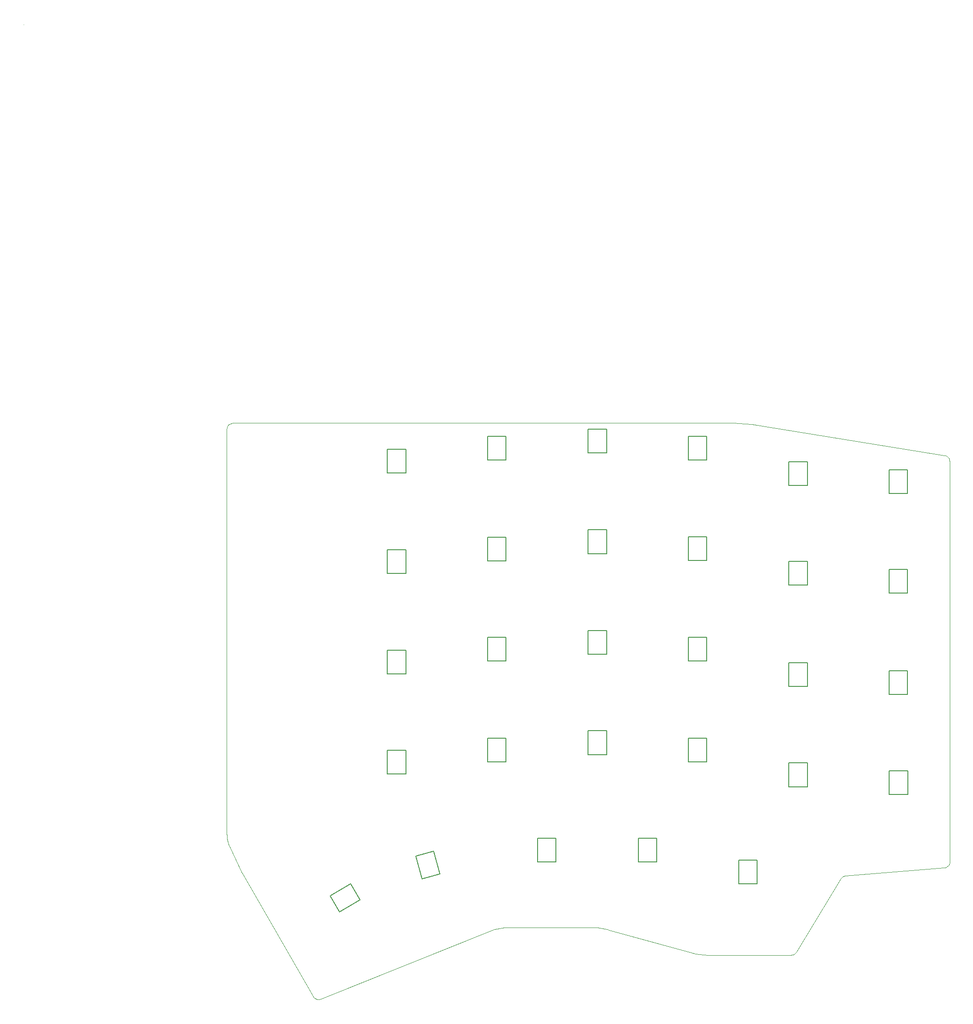
<source format=gm1>
G04 #@! TF.GenerationSoftware,KiCad,Pcbnew,(5.1.6)-1*
G04 #@! TF.CreationDate,2020-10-02T00:10:23+10:00*
G04 #@! TF.ProjectId,SofleKeyboard,536f666c-654b-4657-9962-6f6172642e6b,rev?*
G04 #@! TF.SameCoordinates,Original*
G04 #@! TF.FileFunction,Profile,NP*
%FSLAX46Y46*%
G04 Gerber Fmt 4.6, Leading zero omitted, Abs format (unit mm)*
G04 Created by KiCad (PCBNEW (5.1.6)-1) date 2020-10-02 00:10:23*
%MOMM*%
%LPD*%
G01*
G04 APERTURE LIST*
G04 #@! TA.AperFunction,Profile*
%ADD10C,0.150000*%
G04 #@! TD*
G04 #@! TA.AperFunction,Profile*
%ADD11C,0.100000*%
G04 #@! TD*
G04 APERTURE END LIST*
D10*
X113550000Y-127711088D02*
X109652886Y-129961088D01*
X107902886Y-126930000D02*
X111800000Y-124680000D01*
X109652886Y-129961088D02*
X107902886Y-126930000D01*
X111800000Y-124680000D02*
X113550000Y-127711088D01*
X124177287Y-119379600D02*
X127558027Y-118473734D01*
X128722713Y-122820400D02*
X125341973Y-123726266D01*
X125341973Y-123726266D02*
X124177287Y-119379600D01*
X127558027Y-118473734D02*
X128722713Y-122820400D01*
X179350000Y-63350000D02*
X175850000Y-63350000D01*
X175850000Y-63350000D02*
X175850000Y-58850000D01*
X179350000Y-58850000D02*
X179350000Y-63350000D01*
X175850000Y-58850000D02*
X179350000Y-58850000D01*
X160350000Y-62050000D02*
X156850000Y-62050000D01*
X156850000Y-62050000D02*
X156850000Y-57550000D01*
X160350000Y-57550000D02*
X160350000Y-62050000D01*
X156850000Y-57550000D02*
X160350000Y-57550000D01*
X141250000Y-63450000D02*
X137750000Y-63450000D01*
X137750000Y-63450000D02*
X137750000Y-58950000D01*
X141250000Y-58950000D02*
X141250000Y-63450000D01*
X137750000Y-58950000D02*
X141250000Y-58950000D01*
X122250000Y-65850000D02*
X118750000Y-65850000D01*
X118750000Y-65850000D02*
X118750000Y-61350000D01*
X122250000Y-61350000D02*
X122250000Y-65850000D01*
X118750000Y-61350000D02*
X122250000Y-61350000D01*
X122250000Y-84850000D02*
X118750000Y-84850000D01*
X118750000Y-84850000D02*
X118750000Y-80350000D01*
X122250000Y-80350000D02*
X122250000Y-84850000D01*
X118750000Y-80350000D02*
X122250000Y-80350000D01*
X141250000Y-82450000D02*
X137750000Y-82450000D01*
X137750000Y-82450000D02*
X137750000Y-77950000D01*
X141250000Y-77950000D02*
X141250000Y-82450000D01*
X137750000Y-77950000D02*
X141250000Y-77950000D01*
X160350000Y-81150000D02*
X156850000Y-81150000D01*
X156850000Y-81150000D02*
X156850000Y-76650000D01*
X160350000Y-76650000D02*
X160350000Y-81150000D01*
X156850000Y-76650000D02*
X160350000Y-76650000D01*
X179350000Y-82450000D02*
X175850000Y-82450000D01*
X175850000Y-82450000D02*
X175850000Y-77950000D01*
X179350000Y-77950000D02*
X179350000Y-82450000D01*
X175850000Y-77950000D02*
X179350000Y-77950000D01*
X198450000Y-87250000D02*
X194950000Y-87250000D01*
X194950000Y-87250000D02*
X194950000Y-82750000D01*
X198450000Y-82750000D02*
X198450000Y-87250000D01*
X194950000Y-82750000D02*
X198450000Y-82750000D01*
X198450000Y-106250000D02*
X194950000Y-106250000D01*
X194950000Y-106250000D02*
X194950000Y-101750000D01*
X198450000Y-101750000D02*
X198450000Y-106250000D01*
X194950000Y-101750000D02*
X198450000Y-101750000D01*
X179350000Y-101550000D02*
X175850000Y-101550000D01*
X175850000Y-101550000D02*
X175850000Y-97050000D01*
X179350000Y-97050000D02*
X179350000Y-101550000D01*
X175850000Y-97050000D02*
X179350000Y-97050000D01*
X160350000Y-100150000D02*
X156850000Y-100150000D01*
X156850000Y-100150000D02*
X156850000Y-95650000D01*
X160350000Y-95650000D02*
X160350000Y-100150000D01*
X156850000Y-95650000D02*
X160350000Y-95650000D01*
X141250000Y-101550000D02*
X137750000Y-101550000D01*
X137750000Y-101550000D02*
X137750000Y-97050000D01*
X141250000Y-97050000D02*
X141250000Y-101550000D01*
X137750000Y-97050000D02*
X141250000Y-97050000D01*
X122250000Y-103850000D02*
X118750000Y-103850000D01*
X118750000Y-103850000D02*
X118750000Y-99350000D01*
X122250000Y-99350000D02*
X122250000Y-103850000D01*
X118750000Y-99350000D02*
X122250000Y-99350000D01*
X150750000Y-120500000D02*
X147250000Y-120500000D01*
X147250000Y-120500000D02*
X147250000Y-116000000D01*
X150750000Y-116000000D02*
X150750000Y-120500000D01*
X147250000Y-116000000D02*
X150750000Y-116000000D01*
X169850000Y-120500000D02*
X166350000Y-120500000D01*
X166350000Y-120500000D02*
X166350000Y-116000000D01*
X169850000Y-116000000D02*
X169850000Y-120500000D01*
X166350000Y-116000000D02*
X169850000Y-116000000D01*
X188950000Y-124650000D02*
X185450000Y-124650000D01*
X185450000Y-124650000D02*
X185450000Y-120150000D01*
X188950000Y-120150000D02*
X188950000Y-124650000D01*
X185450000Y-120150000D02*
X188950000Y-120150000D01*
X217500000Y-107750000D02*
X214000000Y-107750000D01*
X214000000Y-107750000D02*
X214000000Y-103250000D01*
X217500000Y-103250000D02*
X217500000Y-107750000D01*
X214000000Y-103250000D02*
X217500000Y-103250000D01*
X217450000Y-88750000D02*
X213950000Y-88750000D01*
X213950000Y-88750000D02*
X213950000Y-84250000D01*
X217450000Y-84250000D02*
X217450000Y-88750000D01*
X213950000Y-84250000D02*
X217450000Y-84250000D01*
X198450000Y-68050000D02*
X194950000Y-68050000D01*
X194950000Y-68050000D02*
X194950000Y-63550000D01*
X198450000Y-63550000D02*
X198450000Y-68050000D01*
X194950000Y-63550000D02*
X198450000Y-63550000D01*
X217450000Y-69550000D02*
X213950000Y-69550000D01*
X213950000Y-69550000D02*
X213950000Y-65050000D01*
X217450000Y-65050000D02*
X217450000Y-69550000D01*
X213950000Y-65050000D02*
X217450000Y-65050000D01*
X217450000Y-50650000D02*
X213950000Y-50650000D01*
X213950000Y-50650000D02*
X213950000Y-46150000D01*
X217450000Y-46150000D02*
X217450000Y-50650000D01*
X213950000Y-46150000D02*
X217450000Y-46150000D01*
X198450000Y-49150000D02*
X194950000Y-49150000D01*
X194950000Y-49150000D02*
X194950000Y-44650000D01*
X198450000Y-44650000D02*
X198450000Y-49150000D01*
X194950000Y-44650000D02*
X198450000Y-44650000D01*
X179350000Y-44350000D02*
X175850000Y-44350000D01*
X175850000Y-44350000D02*
X175850000Y-39850000D01*
X179350000Y-39850000D02*
X179350000Y-44350000D01*
X175850000Y-39850000D02*
X179350000Y-39850000D01*
X156850000Y-42950000D02*
X156850000Y-38450000D01*
X160350000Y-42950000D02*
X156850000Y-42950000D01*
X160350000Y-38450000D02*
X160350000Y-42950000D01*
X156850000Y-38450000D02*
X160350000Y-38450000D01*
X141250000Y-39850000D02*
X141250000Y-44350000D01*
X137750000Y-39850000D02*
X141250000Y-39850000D01*
X137750000Y-44350000D02*
X137750000Y-39850000D01*
X141250000Y-44350000D02*
X137750000Y-44350000D01*
X118750000Y-46750000D02*
X118750000Y-42250000D01*
X122250000Y-46750000D02*
X118750000Y-46750000D01*
X122250000Y-42250000D02*
X122250000Y-46750000D01*
X118750000Y-42250000D02*
X122250000Y-42250000D01*
D11*
X225026621Y-43695600D02*
X225168321Y-43835582D01*
X89425853Y-37325405D02*
X184510807Y-37325485D01*
X224410591Y-121622104D02*
X224410611Y-121622114D01*
X204884161Y-123563451D02*
X204805861Y-123676381D01*
X204805861Y-123676381D02*
X196320531Y-137612760D01*
X88284057Y-115503472D02*
X88275257Y-115182495D01*
X196320531Y-137612760D02*
X196234731Y-137735100D01*
X88310437Y-115822758D02*
X88284057Y-115503472D01*
X196234731Y-137735100D02*
X196135131Y-137844000D01*
X205697381Y-123127080D02*
X205561281Y-123146290D01*
X186716531Y-37429255D02*
X187885731Y-37541870D01*
X225470181Y-120473355D02*
X225449281Y-120693166D01*
X88977436Y-37415945D02*
X89193680Y-37348815D01*
X196135131Y-137844000D02*
X196023331Y-137938600D01*
X196023331Y-137938600D02*
X195900911Y-138018000D01*
X88493317Y-116763407D02*
X88415227Y-116453429D01*
X195900911Y-138018000D02*
X195769441Y-138081300D01*
X204974361Y-123461690D02*
X204884161Y-123563451D01*
X187885731Y-37541870D02*
X188910421Y-37679776D01*
X105086149Y-146426280D02*
X104918207Y-146312320D01*
X195769441Y-138081300D02*
X195630511Y-138127600D01*
X138611230Y-133478101D02*
X138154128Y-133648551D01*
X89193680Y-37348815D02*
X89425853Y-37325405D01*
X138154128Y-133648551D02*
X106075202Y-146489480D01*
X106075202Y-146489480D02*
X105872976Y-146549780D01*
X195630511Y-138127600D02*
X195485701Y-138156000D01*
X88275257Y-115182495D02*
X88273857Y-38477435D01*
X225168321Y-43835582D02*
X225283881Y-43997807D01*
X224861871Y-43581466D02*
X225026621Y-43695600D01*
X88781752Y-37522160D02*
X88977436Y-37415945D01*
X205304181Y-123230790D02*
X205185581Y-123294590D01*
X105872976Y-146549780D02*
X105668308Y-146571980D01*
X185544381Y-37353325D02*
X186716531Y-37429255D01*
X105668308Y-146571980D02*
X105465848Y-146557680D01*
X105465848Y-146557680D02*
X105270246Y-146508580D01*
X105270246Y-146508580D02*
X105086149Y-146426280D01*
X224410471Y-121621540D02*
X205697381Y-123127080D01*
X139075140Y-133329881D02*
X138611230Y-133478101D01*
X91174935Y-122653408D02*
X91129785Y-122566908D01*
X224628001Y-121583504D02*
X224410591Y-121622104D01*
X225292881Y-121088035D02*
X225164971Y-121254855D01*
X157174698Y-132915912D02*
X141956108Y-132915912D01*
X205429811Y-123181090D02*
X205304181Y-123230790D01*
X141956108Y-132915912D02*
X141468402Y-132927502D01*
X225370281Y-44178672D02*
X225424381Y-44374571D01*
X88273857Y-38477435D02*
X88297257Y-38245261D01*
X188910421Y-37679776D02*
X224475441Y-43445146D01*
X140982629Y-132962302D02*
X140499606Y-133020102D01*
X88297257Y-38245261D02*
X88364377Y-38029014D01*
X104649386Y-145995930D02*
X91174935Y-122653408D01*
X225424381Y-44374571D02*
X225443181Y-44581902D01*
X224677111Y-43496776D02*
X224861871Y-43581466D01*
X141468402Y-132927502D02*
X140982629Y-132962302D01*
X225164971Y-121254855D02*
X225008991Y-121395785D01*
X140499606Y-133020102D02*
X140020141Y-133100702D01*
X139545048Y-133204021D02*
X139075140Y-133329881D01*
X225449281Y-120693166D02*
X225388881Y-120899435D01*
X157649178Y-132923912D02*
X157174698Y-132915912D01*
X160921209Y-133426480D02*
X160461889Y-133307240D01*
X225388881Y-120899435D02*
X225292881Y-121088035D01*
X88470590Y-37833327D02*
X88611259Y-37662831D01*
X88700100Y-117369113D02*
X88588327Y-117068869D01*
X224475441Y-43445146D02*
X224677111Y-43496776D01*
X225283881Y-43997807D02*
X225370281Y-44178672D01*
X160461889Y-133307240D02*
X159999191Y-133203712D01*
X159999191Y-133203712D02*
X159533519Y-133116012D01*
X224828731Y-121506704D02*
X224628001Y-121583504D01*
X159533519Y-133116012D02*
X159065278Y-133044112D01*
X88588327Y-117068869D02*
X88493317Y-116763407D01*
X88354217Y-116139644D02*
X88310437Y-115822758D01*
X184510807Y-37325485D02*
X185544381Y-37353325D01*
X159065278Y-133044112D02*
X158594870Y-132988112D01*
X225443181Y-44581902D02*
X225470181Y-120473355D01*
X158594870Y-132988112D02*
X158122703Y-132948012D01*
X140020141Y-133100702D02*
X139545048Y-133204021D01*
X225008991Y-121395785D02*
X224828731Y-121506704D01*
X205075241Y-123371790D02*
X204974361Y-123461690D01*
X88364377Y-38029014D02*
X88470590Y-37833327D01*
X158122703Y-132948012D02*
X157649178Y-132923912D01*
X104918207Y-146312320D02*
X104771070Y-146168330D01*
X104771070Y-146168330D02*
X104649386Y-145995930D01*
X88611259Y-37662831D02*
X88781752Y-37522160D01*
X205561281Y-123146290D02*
X205429811Y-123181090D01*
X176412351Y-137729700D02*
X160921209Y-133426480D01*
X88415227Y-116453429D02*
X88354217Y-116139644D01*
X195485701Y-138156000D02*
X195336581Y-138166000D01*
X195336581Y-138166000D02*
X179612870Y-138166000D01*
X88828479Y-117663430D02*
X88700100Y-117369113D01*
X179612870Y-138166000D02*
X178803020Y-138138500D01*
X178803020Y-138138500D02*
X177997811Y-138056400D01*
X177997811Y-138056400D02*
X177200000Y-137920000D01*
X205185581Y-123294590D02*
X205075241Y-123371790D01*
X91129785Y-122566908D02*
X88828479Y-117663430D01*
X177200000Y-137920000D02*
X176412351Y-137729700D01*
X49676679Y38227998D02*
X49676679Y38227998D01*
M02*

</source>
